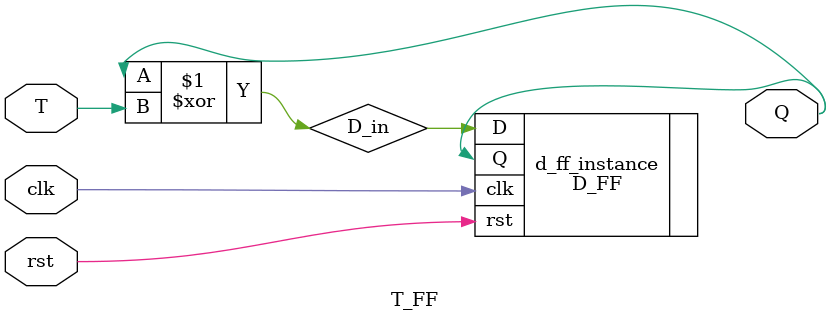
<source format=v>
module T_FF (
    input clk, rst, T,
    output Q
);

wire D_in;

assign D_in = Q ^ T;
D_FF d_ff_instance (
    .clk(clk),
    .rst(rst),
    .D(D_in),
    .Q(Q)
);

endmodule
</source>
